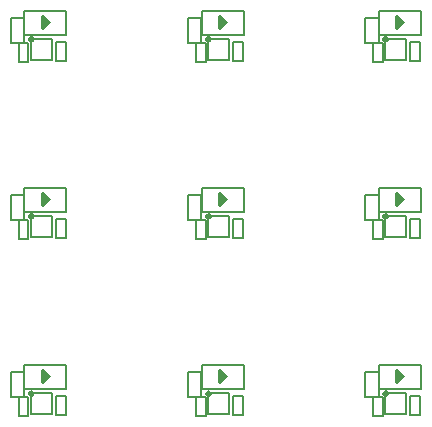
<source format=gto>
G75*
%MOIN*%
%OFA0B0*%
%FSLAX24Y24*%
%IPPOS*%
%LPD*%
%AMOC8*
5,1,8,0,0,1.08239X$1,22.5*
%
%ADD10C,0.0100*%
%ADD11C,0.0050*%
D10*
X004194Y004549D02*
X004431Y004746D01*
X004194Y004943D01*
X004194Y004549D01*
X004234Y004667D02*
X004352Y004746D01*
X004273Y004824D01*
X004234Y004864D02*
X004234Y004667D01*
X004194Y010454D02*
X004431Y010651D01*
X004194Y010848D01*
X004194Y010454D01*
X004234Y010572D02*
X004352Y010651D01*
X004273Y010730D01*
X004234Y010769D02*
X004234Y010572D01*
X004194Y016360D02*
X004431Y016557D01*
X004194Y016754D01*
X004194Y016360D01*
X004234Y016478D02*
X004352Y016557D01*
X004273Y016635D01*
X004234Y016675D02*
X004234Y016478D01*
X010100Y016360D02*
X010336Y016557D01*
X010100Y016754D01*
X010100Y016360D01*
X010139Y016478D02*
X010257Y016557D01*
X010179Y016635D01*
X010139Y016675D02*
X010139Y016478D01*
X010100Y010848D02*
X010336Y010651D01*
X010100Y010454D01*
X010100Y010848D01*
X010139Y010769D02*
X010139Y010572D01*
X010257Y010651D01*
X010179Y010730D01*
X010100Y004943D02*
X010336Y004746D01*
X010100Y004549D01*
X010100Y004943D01*
X010139Y004864D02*
X010139Y004667D01*
X010257Y004746D01*
X010179Y004824D01*
X016006Y004943D02*
X016006Y004549D01*
X016242Y004746D01*
X016006Y004943D01*
X016045Y004864D02*
X016045Y004667D01*
X016163Y004746D01*
X016084Y004824D01*
X016006Y010454D02*
X016242Y010651D01*
X016006Y010848D01*
X016006Y010454D01*
X016045Y010572D02*
X016163Y010651D01*
X016084Y010730D01*
X016045Y010769D02*
X016045Y010572D01*
X016006Y016360D02*
X016242Y016557D01*
X016006Y016754D01*
X016006Y016360D01*
X016045Y016478D02*
X016163Y016557D01*
X016084Y016635D01*
X016045Y016675D02*
X016045Y016478D01*
D11*
X003744Y003422D02*
X003424Y003422D01*
X003424Y004062D01*
X003744Y004062D01*
X003744Y003422D01*
X003830Y003496D02*
X004519Y003496D01*
X004519Y004185D01*
X003830Y004185D01*
X003830Y003496D01*
X003607Y004050D02*
X003167Y004050D01*
X003167Y004890D01*
X003607Y004890D01*
X003607Y004050D01*
X003801Y004175D02*
X003803Y004187D01*
X003808Y004198D01*
X003817Y004207D01*
X003828Y004212D01*
X003840Y004214D01*
X003852Y004212D01*
X003863Y004207D01*
X003872Y004198D01*
X003877Y004187D01*
X003879Y004175D01*
X003877Y004163D01*
X003872Y004152D01*
X003863Y004143D01*
X003852Y004138D01*
X003840Y004136D01*
X003828Y004138D01*
X003817Y004143D01*
X003808Y004152D01*
X003803Y004163D01*
X003801Y004175D01*
X003769Y004175D02*
X003771Y004191D01*
X003777Y004207D01*
X003786Y004221D01*
X003798Y004232D01*
X003812Y004240D01*
X003828Y004245D01*
X003844Y004246D01*
X003860Y004243D01*
X003875Y004236D01*
X003889Y004227D01*
X003899Y004214D01*
X003907Y004199D01*
X003911Y004183D01*
X003911Y004167D01*
X003907Y004151D01*
X003899Y004136D01*
X003889Y004123D01*
X003876Y004114D01*
X003860Y004107D01*
X003844Y004104D01*
X003828Y004105D01*
X003812Y004110D01*
X003798Y004118D01*
X003786Y004129D01*
X003777Y004143D01*
X003771Y004159D01*
X003769Y004175D01*
X003613Y004326D02*
X003613Y005126D01*
X005013Y005126D01*
X005013Y004326D01*
X003613Y004326D01*
X004664Y004081D02*
X004664Y003441D01*
X004984Y003441D01*
X004984Y004081D01*
X004664Y004081D01*
X009073Y004050D02*
X009513Y004050D01*
X009513Y004890D01*
X009073Y004890D01*
X009073Y004050D01*
X009330Y004062D02*
X009650Y004062D01*
X009650Y003422D01*
X009330Y003422D01*
X009330Y004062D01*
X009518Y004326D02*
X009518Y005126D01*
X010918Y005126D01*
X010918Y004326D01*
X009518Y004326D01*
X009736Y004185D02*
X010425Y004185D01*
X010425Y003496D01*
X009736Y003496D01*
X009736Y004185D01*
X009707Y004175D02*
X009709Y004187D01*
X009714Y004198D01*
X009723Y004207D01*
X009734Y004212D01*
X009746Y004214D01*
X009758Y004212D01*
X009769Y004207D01*
X009778Y004198D01*
X009783Y004187D01*
X009785Y004175D01*
X009783Y004163D01*
X009778Y004152D01*
X009769Y004143D01*
X009758Y004138D01*
X009746Y004136D01*
X009734Y004138D01*
X009723Y004143D01*
X009714Y004152D01*
X009709Y004163D01*
X009707Y004175D01*
X009675Y004175D02*
X009677Y004191D01*
X009683Y004207D01*
X009692Y004221D01*
X009704Y004232D01*
X009718Y004240D01*
X009734Y004245D01*
X009750Y004246D01*
X009766Y004243D01*
X009781Y004236D01*
X009795Y004227D01*
X009805Y004214D01*
X009813Y004199D01*
X009817Y004183D01*
X009817Y004167D01*
X009813Y004151D01*
X009805Y004136D01*
X009795Y004123D01*
X009782Y004114D01*
X009766Y004107D01*
X009750Y004104D01*
X009734Y004105D01*
X009718Y004110D01*
X009704Y004118D01*
X009692Y004129D01*
X009683Y004143D01*
X009677Y004159D01*
X009675Y004175D01*
X010570Y004081D02*
X010570Y003441D01*
X010890Y003441D01*
X010890Y004081D01*
X010570Y004081D01*
X014978Y004050D02*
X015418Y004050D01*
X015418Y004890D01*
X014978Y004890D01*
X014978Y004050D01*
X015235Y004062D02*
X015555Y004062D01*
X015555Y003422D01*
X015235Y003422D01*
X015235Y004062D01*
X015424Y004326D02*
X015424Y005126D01*
X016824Y005126D01*
X016824Y004326D01*
X015424Y004326D01*
X015641Y004185D02*
X016330Y004185D01*
X016330Y003496D01*
X015641Y003496D01*
X015641Y004185D01*
X015612Y004175D02*
X015614Y004187D01*
X015619Y004198D01*
X015628Y004207D01*
X015639Y004212D01*
X015651Y004214D01*
X015663Y004212D01*
X015674Y004207D01*
X015683Y004198D01*
X015688Y004187D01*
X015690Y004175D01*
X015688Y004163D01*
X015683Y004152D01*
X015674Y004143D01*
X015663Y004138D01*
X015651Y004136D01*
X015639Y004138D01*
X015628Y004143D01*
X015619Y004152D01*
X015614Y004163D01*
X015612Y004175D01*
X015580Y004175D02*
X015582Y004191D01*
X015588Y004207D01*
X015597Y004221D01*
X015609Y004232D01*
X015623Y004240D01*
X015639Y004245D01*
X015655Y004246D01*
X015671Y004243D01*
X015686Y004236D01*
X015700Y004227D01*
X015710Y004214D01*
X015718Y004199D01*
X015722Y004183D01*
X015722Y004167D01*
X015718Y004151D01*
X015710Y004136D01*
X015700Y004123D01*
X015687Y004114D01*
X015671Y004107D01*
X015655Y004104D01*
X015639Y004105D01*
X015623Y004110D01*
X015609Y004118D01*
X015597Y004129D01*
X015588Y004143D01*
X015582Y004159D01*
X015580Y004175D01*
X016475Y004081D02*
X016475Y003441D01*
X016795Y003441D01*
X016795Y004081D01*
X016475Y004081D01*
X015555Y009327D02*
X015235Y009327D01*
X015235Y009967D01*
X015555Y009967D01*
X015555Y009327D01*
X015641Y009401D02*
X016330Y009401D01*
X016330Y010090D01*
X015641Y010090D01*
X015641Y009401D01*
X015418Y009956D02*
X014978Y009956D01*
X014978Y010796D01*
X015418Y010796D01*
X015418Y009956D01*
X015612Y010080D02*
X015614Y010092D01*
X015619Y010103D01*
X015628Y010112D01*
X015639Y010117D01*
X015651Y010119D01*
X015663Y010117D01*
X015674Y010112D01*
X015683Y010103D01*
X015688Y010092D01*
X015690Y010080D01*
X015688Y010068D01*
X015683Y010057D01*
X015674Y010048D01*
X015663Y010043D01*
X015651Y010041D01*
X015639Y010043D01*
X015628Y010048D01*
X015619Y010057D01*
X015614Y010068D01*
X015612Y010080D01*
X015580Y010080D02*
X015582Y010096D01*
X015588Y010112D01*
X015597Y010126D01*
X015609Y010137D01*
X015623Y010145D01*
X015639Y010150D01*
X015655Y010151D01*
X015671Y010148D01*
X015686Y010141D01*
X015700Y010132D01*
X015710Y010119D01*
X015718Y010104D01*
X015722Y010088D01*
X015722Y010072D01*
X015718Y010056D01*
X015710Y010041D01*
X015700Y010028D01*
X015687Y010019D01*
X015671Y010012D01*
X015655Y010009D01*
X015639Y010010D01*
X015623Y010015D01*
X015609Y010023D01*
X015597Y010034D01*
X015588Y010048D01*
X015582Y010064D01*
X015580Y010080D01*
X015424Y010231D02*
X015424Y011031D01*
X016824Y011031D01*
X016824Y010231D01*
X015424Y010231D01*
X016475Y009987D02*
X016475Y009347D01*
X016795Y009347D01*
X016795Y009987D01*
X016475Y009987D01*
X016475Y015252D02*
X016795Y015252D01*
X016795Y015892D01*
X016475Y015892D01*
X016475Y015252D01*
X016330Y015307D02*
X016330Y015996D01*
X015641Y015996D01*
X015641Y015307D01*
X016330Y015307D01*
X015555Y015233D02*
X015235Y015233D01*
X015235Y015873D01*
X015555Y015873D01*
X015555Y015233D01*
X015418Y015861D02*
X014978Y015861D01*
X014978Y016701D01*
X015418Y016701D01*
X015418Y015861D01*
X015612Y015986D02*
X015614Y015998D01*
X015619Y016009D01*
X015628Y016018D01*
X015639Y016023D01*
X015651Y016025D01*
X015663Y016023D01*
X015674Y016018D01*
X015683Y016009D01*
X015688Y015998D01*
X015690Y015986D01*
X015688Y015974D01*
X015683Y015963D01*
X015674Y015954D01*
X015663Y015949D01*
X015651Y015947D01*
X015639Y015949D01*
X015628Y015954D01*
X015619Y015963D01*
X015614Y015974D01*
X015612Y015986D01*
X015580Y015986D02*
X015582Y016002D01*
X015588Y016018D01*
X015597Y016032D01*
X015609Y016043D01*
X015623Y016051D01*
X015639Y016056D01*
X015655Y016057D01*
X015671Y016054D01*
X015686Y016047D01*
X015700Y016038D01*
X015710Y016025D01*
X015718Y016010D01*
X015722Y015994D01*
X015722Y015978D01*
X015718Y015962D01*
X015710Y015947D01*
X015700Y015934D01*
X015687Y015925D01*
X015671Y015918D01*
X015655Y015915D01*
X015639Y015916D01*
X015623Y015921D01*
X015609Y015929D01*
X015597Y015940D01*
X015588Y015954D01*
X015582Y015970D01*
X015580Y015986D01*
X015424Y016137D02*
X015424Y016937D01*
X016824Y016937D01*
X016824Y016137D01*
X015424Y016137D01*
X010918Y016137D02*
X009518Y016137D01*
X009518Y016937D01*
X010918Y016937D01*
X010918Y016137D01*
X010890Y015892D02*
X010570Y015892D01*
X010570Y015252D01*
X010890Y015252D01*
X010890Y015892D01*
X010425Y015996D02*
X009736Y015996D01*
X009736Y015307D01*
X010425Y015307D01*
X010425Y015996D01*
X009707Y015986D02*
X009709Y015998D01*
X009714Y016009D01*
X009723Y016018D01*
X009734Y016023D01*
X009746Y016025D01*
X009758Y016023D01*
X009769Y016018D01*
X009778Y016009D01*
X009783Y015998D01*
X009785Y015986D01*
X009783Y015974D01*
X009778Y015963D01*
X009769Y015954D01*
X009758Y015949D01*
X009746Y015947D01*
X009734Y015949D01*
X009723Y015954D01*
X009714Y015963D01*
X009709Y015974D01*
X009707Y015986D01*
X009675Y015986D02*
X009677Y016002D01*
X009683Y016018D01*
X009692Y016032D01*
X009704Y016043D01*
X009718Y016051D01*
X009734Y016056D01*
X009750Y016057D01*
X009766Y016054D01*
X009781Y016047D01*
X009795Y016038D01*
X009805Y016025D01*
X009813Y016010D01*
X009817Y015994D01*
X009817Y015978D01*
X009813Y015962D01*
X009805Y015947D01*
X009795Y015934D01*
X009782Y015925D01*
X009766Y015918D01*
X009750Y015915D01*
X009734Y015916D01*
X009718Y015921D01*
X009704Y015929D01*
X009692Y015940D01*
X009683Y015954D01*
X009677Y015970D01*
X009675Y015986D01*
X009650Y015873D02*
X009650Y015233D01*
X009330Y015233D01*
X009330Y015873D01*
X009650Y015873D01*
X009513Y015861D02*
X009073Y015861D01*
X009073Y016701D01*
X009513Y016701D01*
X009513Y015861D01*
X005013Y016137D02*
X003613Y016137D01*
X003613Y016937D01*
X005013Y016937D01*
X005013Y016137D01*
X004984Y015892D02*
X004664Y015892D01*
X004664Y015252D01*
X004984Y015252D01*
X004984Y015892D01*
X004519Y015996D02*
X004519Y015307D01*
X003830Y015307D01*
X003830Y015996D01*
X004519Y015996D01*
X003801Y015986D02*
X003803Y015998D01*
X003808Y016009D01*
X003817Y016018D01*
X003828Y016023D01*
X003840Y016025D01*
X003852Y016023D01*
X003863Y016018D01*
X003872Y016009D01*
X003877Y015998D01*
X003879Y015986D01*
X003877Y015974D01*
X003872Y015963D01*
X003863Y015954D01*
X003852Y015949D01*
X003840Y015947D01*
X003828Y015949D01*
X003817Y015954D01*
X003808Y015963D01*
X003803Y015974D01*
X003801Y015986D01*
X003769Y015986D02*
X003771Y016002D01*
X003777Y016018D01*
X003786Y016032D01*
X003798Y016043D01*
X003812Y016051D01*
X003828Y016056D01*
X003844Y016057D01*
X003860Y016054D01*
X003875Y016047D01*
X003889Y016038D01*
X003899Y016025D01*
X003907Y016010D01*
X003911Y015994D01*
X003911Y015978D01*
X003907Y015962D01*
X003899Y015947D01*
X003889Y015934D01*
X003876Y015925D01*
X003860Y015918D01*
X003844Y015915D01*
X003828Y015916D01*
X003812Y015921D01*
X003798Y015929D01*
X003786Y015940D01*
X003777Y015954D01*
X003771Y015970D01*
X003769Y015986D01*
X003744Y015873D02*
X003424Y015873D01*
X003424Y015233D01*
X003744Y015233D01*
X003744Y015873D01*
X003607Y015861D02*
X003167Y015861D01*
X003167Y016701D01*
X003607Y016701D01*
X003607Y015861D01*
X003613Y011031D02*
X003613Y010231D01*
X005013Y010231D01*
X005013Y011031D01*
X003613Y011031D01*
X003607Y010796D02*
X003607Y009956D01*
X003167Y009956D01*
X003167Y010796D01*
X003607Y010796D01*
X003830Y010090D02*
X004519Y010090D01*
X004519Y009401D01*
X003830Y009401D01*
X003830Y010090D01*
X003801Y010080D02*
X003803Y010092D01*
X003808Y010103D01*
X003817Y010112D01*
X003828Y010117D01*
X003840Y010119D01*
X003852Y010117D01*
X003863Y010112D01*
X003872Y010103D01*
X003877Y010092D01*
X003879Y010080D01*
X003877Y010068D01*
X003872Y010057D01*
X003863Y010048D01*
X003852Y010043D01*
X003840Y010041D01*
X003828Y010043D01*
X003817Y010048D01*
X003808Y010057D01*
X003803Y010068D01*
X003801Y010080D01*
X003769Y010080D02*
X003771Y010096D01*
X003777Y010112D01*
X003786Y010126D01*
X003798Y010137D01*
X003812Y010145D01*
X003828Y010150D01*
X003844Y010151D01*
X003860Y010148D01*
X003875Y010141D01*
X003889Y010132D01*
X003899Y010119D01*
X003907Y010104D01*
X003911Y010088D01*
X003911Y010072D01*
X003907Y010056D01*
X003899Y010041D01*
X003889Y010028D01*
X003876Y010019D01*
X003860Y010012D01*
X003844Y010009D01*
X003828Y010010D01*
X003812Y010015D01*
X003798Y010023D01*
X003786Y010034D01*
X003777Y010048D01*
X003771Y010064D01*
X003769Y010080D01*
X003744Y009967D02*
X003744Y009327D01*
X003424Y009327D01*
X003424Y009967D01*
X003744Y009967D01*
X004664Y009987D02*
X004664Y009347D01*
X004984Y009347D01*
X004984Y009987D01*
X004664Y009987D01*
X009073Y009956D02*
X009513Y009956D01*
X009513Y010796D01*
X009073Y010796D01*
X009073Y009956D01*
X009330Y009967D02*
X009650Y009967D01*
X009650Y009327D01*
X009330Y009327D01*
X009330Y009967D01*
X009518Y010231D02*
X009518Y011031D01*
X010918Y011031D01*
X010918Y010231D01*
X009518Y010231D01*
X009736Y010090D02*
X010425Y010090D01*
X010425Y009401D01*
X009736Y009401D01*
X009736Y010090D01*
X009707Y010080D02*
X009709Y010092D01*
X009714Y010103D01*
X009723Y010112D01*
X009734Y010117D01*
X009746Y010119D01*
X009758Y010117D01*
X009769Y010112D01*
X009778Y010103D01*
X009783Y010092D01*
X009785Y010080D01*
X009783Y010068D01*
X009778Y010057D01*
X009769Y010048D01*
X009758Y010043D01*
X009746Y010041D01*
X009734Y010043D01*
X009723Y010048D01*
X009714Y010057D01*
X009709Y010068D01*
X009707Y010080D01*
X009675Y010080D02*
X009677Y010096D01*
X009683Y010112D01*
X009692Y010126D01*
X009704Y010137D01*
X009718Y010145D01*
X009734Y010150D01*
X009750Y010151D01*
X009766Y010148D01*
X009781Y010141D01*
X009795Y010132D01*
X009805Y010119D01*
X009813Y010104D01*
X009817Y010088D01*
X009817Y010072D01*
X009813Y010056D01*
X009805Y010041D01*
X009795Y010028D01*
X009782Y010019D01*
X009766Y010012D01*
X009750Y010009D01*
X009734Y010010D01*
X009718Y010015D01*
X009704Y010023D01*
X009692Y010034D01*
X009683Y010048D01*
X009677Y010064D01*
X009675Y010080D01*
X010570Y009987D02*
X010570Y009347D01*
X010890Y009347D01*
X010890Y009987D01*
X010570Y009987D01*
M02*

</source>
